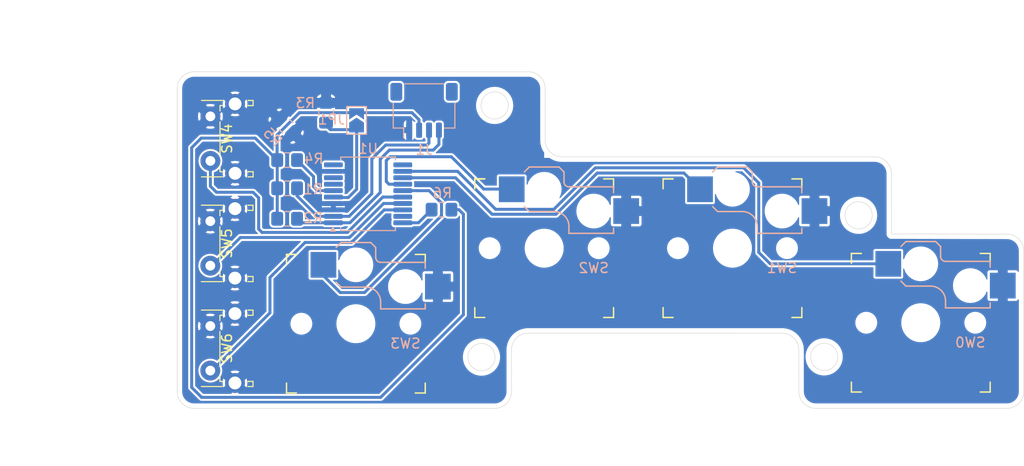
<source format=kicad_pcb>
(kicad_pcb (version 20241229) (generator "pcbnew") (generator_version "9.0")
  (layers (0 "F.Cu" signal) (2 "B.Cu" signal) (13 "F.Paste" user) (15 "B.Paste" user) (5 "F.SilkS" user "F.Silkscreen") (7 "B.SilkS" user "B.Silkscreen") (1 "F.Mask" user) (3 "B.Mask" user) (25 "Edge.Cuts" user))
  (net 0 "")
  (net 1 "GND")
  (net 2 "/SCL")
  (net 3 "/SDA")
  (net 4 "VCC")
  (net 5 "/A0")
  (net 6 "Net-(U1-~{RESET})")
  (net 7 "/index")
  (net 8 "/middle")
  (net 9 "/ring")
  (net 10 "/pinky")
  (net 11 "/white")
  (net 12 "/alpha")
  (net 13 "/numeric")
  (footprint "Button_Switch_THT:SW_Tactile_SPST_Angled_PTS645Vx83-2LFS" (layer "F.Cu") (at 167.52 78.505 90)
    (property "Reference" "SW4" (at 2.25 1.68 90) (layer "F.SilkS"))
    (property "Value" "rt-ang" (hide yes))
    (fp_line (start 6.11 -0.9) (end 6.11 1.2) (stroke (width 0.12)) (layer "F.SilkS"))
    (fp_line (start -1.61 -0.9) (end -1.61 1.2) (stroke (width 0.12)) (layer "F.SilkS"))
    (fp_line (start 5.59 0.97) (end 5.59 1.2) (stroke (width 0.12)) (layer "F.SilkS"))
    (fp_line (start 5.05 0.97) (end 5.59 0.97) (stroke (width 0.12)) (layer "F.SilkS"))
    (fp_line (start 0.55 0.97) (end 3.95 0.97) (stroke (width 0.12)) (layer "F.SilkS"))
    (fp_line (start -1.09 0.97) (end -0.55 0.97) (stroke (width 0.12)) (layer "F.SilkS"))
    (fp_line (start -1.09 0.97) (end -1.09 1.2) (stroke (width 0.12)) (layer "F.SilkS"))
    (fp_line (start 6.11 3.8) (end 6.11 4.31) (stroke (width 0.12)) (layer "F.SilkS"))
    (fp_line (start 5.59 3.8) (end 5.59 4.31) (stroke (width 0.12)) (layer "F.SilkS"))
    (fp_line (start -1.09 3.8) (end -1.09 4.31) (stroke (width 0.12)) (layer "F.SilkS"))
    (fp_line (start -1.61 3.8) (end -1.61 4.31) (stroke (width 0.12)) (layer "F.SilkS"))
    (fp_line (start 5.59 4.31) (end 6.11 4.31) (stroke (width 0.12)) (layer "F.SilkS"))
    (fp_line (start -1.61 4.31) (end -1.09 4.31) (stroke (width 0.12)) (layer "F.SilkS"))
    (pad "1" thru_hole circle (at 0 0 90) (size 2 2) (drill 0.99) (layers "*.Cu" "*.Mask") (net 11 "/white"))
    (pad "2" thru_hole circle (at 4.5 0 90) (size 2 2) (drill 0.99) (layers "*.Cu" "*.Mask") (net 1 "GND"))
    (pad "3" thru_hole circle (at -1.25 2.49 90) (size 2 2) (drill 1.3) (layers "*.Cu" "*.Mask") (net 1 "GND"))
    (pad "4" thru_hole circle (at 5.76 2.49 90) (size 2 2) (drill 1.3) (layers "*.Cu" "*.Mask") (net 1 "GND"))
  )
  (footprint "Button_Switch_THT:SW_Tactile_SPST_Angled_PTS645Vx83-2LFS" (layer "F.Cu") (at 167.51 89.09 90)
    (property "Reference" "SW5" (at 2.25 1.68 90) (layer "F.SilkS"))
    (property "Value" "rt-ang" (hide yes))
    (fp_line (start 6.11 -0.9) (end 6.11 1.2) (stroke (width 0.12)) (layer "F.SilkS"))
    (fp_line (start -1.61 -0.9) (end -1.61 1.2) (stroke (width 0.12)) (layer "F.SilkS"))
    (fp_line (start 5.59 0.97) (end 5.59 1.2) (stroke (width 0.12)) (layer "F.SilkS"))
    (fp_line (start 5.05 0.97) (end 5.59 0.97) (stroke (width 0.12)) (layer "F.SilkS"))
    (fp_line (start 0.55 0.97) (end 3.95 0.97) (stroke (width 0.12)) (layer "F.SilkS"))
    (fp_line (start -1.09 0.97) (end -0.55 0.97) (stroke (width 0.12)) (layer "F.SilkS"))
    (fp_line (start -1.09 0.97) (end -1.09 1.2) (stroke (width 0.12)) (layer "F.SilkS"))
    (fp_line (start 6.11 3.8) (end 6.11 4.31) (stroke (width 0.12)) (layer "F.SilkS"))
    (fp_line (start 5.59 3.8) (end 5.59 4.31) (stroke (width 0.12)) (layer "F.SilkS"))
    (fp_line (start -1.09 3.8) (end -1.09 4.31) (stroke (width 0.12)) (layer "F.SilkS"))
    (fp_line (start -1.61 3.8) (end -1.61 4.31) (stroke (width 0.12)) (layer "F.SilkS"))
    (fp_line (start 5.59 4.31) (end 6.11 4.31) (stroke (width 0.12)) (layer "F.SilkS"))
    (fp_line (start -1.61 4.31) (end -1.09 4.31) (stroke (width 0.12)) (layer "F.SilkS"))
    (pad "1" thru_hole circle (at 0 0 90) (size 2 2) (drill 0.99) (layers "*.Cu" "*.Mask") (net 12 "/alpha"))
    (pad "2" thru_hole circle (at 4.5 0 90) (size 2 2) (drill 0.99) (layers "*.Cu" "*.Mask") (net 1 "GND"))
    (pad "3" thru_hole circle (at -1.25 2.49 90) (size 2 2) (drill 1.3) (layers "*.Cu" "*.Mask") (net 1 "GND"))
    (pad "4" thru_hole circle (at 5.76 2.49 90) (size 2 2) (drill 1.3) (layers "*.Cu" "*.Mask") (net 1 "GND"))
  )
  (footprint "keyswitches:Kailh_socket_PG1350" (layer "F.Cu") (at 239.2 94.85 180)
    (property "Reference" "SW0" (at -5 -2 0) (layer "B.SilkS") (effects (justify mirror)))
    (property "Value" "SW_Push" (hide yes))
    (fp_line (start 7 7) (end 6 7) (stroke (width 0.15)) (layer "F.SilkS"))
    (fp_line (start 7 6) (end 7 7) (stroke (width 0.15)) (layer "F.SilkS"))
    (fp_line (start 7 -7) (end 7 -6) (stroke (width 0.15)) (layer "F.SilkS"))
    (fp_line (start 7 -7) (end 6 -7) (stroke (width 0.15)) (layer "F.SilkS"))
    (fp_line (start 6 7) (end 7 7) (stroke (width 0.15)) (layer "F.SilkS"))
    (fp_line (start -6 -7) (end -7 -7) (stroke (width 0.15)) (layer "F.SilkS"))
    (fp_line (start -7 7) (end -6 7) (stroke (width 0.15)) (layer "F.SilkS"))
    (fp_line (start -7 7) (end -7 6) (stroke (width 0.15)) (layer "F.SilkS"))
    (fp_line (start -7 -6) (end -7 -7) (stroke (width 0.15)) (layer "F.SilkS"))
    (fp_line (start 2 7.7) (end 1.5 8.2) (stroke (width 0.15)) (layer "B.SilkS"))
    (fp_line (start 2 4.2) (end 1.5 3.7) (stroke (width 0.15)) (layer "B.SilkS"))
    (fp_line (start 1.5 8.2) (end -1.5 8.2) (stroke (width 0.15)) (layer "B.SilkS"))
    (fp_line (start 1.5 3.7) (end -1 3.7) (stroke (width 0.15)) (layer "B.SilkS"))
    (fp_line (start -1.5 8.2) (end -2 7.7) (stroke (width 0.15)) (layer "B.SilkS"))
    (fp_line (start -2 6.7) (end -2 7.7) (stroke (width 0.15)) (layer "B.SilkS"))
    (fp_line (start -2.5 2.2) (end -2.5 1.5) (stroke (width 0.15)) (layer "B.SilkS"))
    (fp_line (start -2.5 1.5) (end -7 1.5) (stroke (width 0.15)) (layer "B.SilkS"))
    (fp_line (start -7 6.2) (end -2.5 6.2) (stroke (width 0.15)) (layer "B.SilkS"))
    (fp_line (start -7 5.6) (end -7 6.2) (stroke (width 0.15)) (layer "B.SilkS"))
    (fp_line (start -7 1.5) (end -7 2) (stroke (width 0.15)) (layer "B.SilkS"))
    (fp_arc (start -1 3.7) (mid -2.06066 3.26066) (end -2.5 2.2) (stroke (width 0.15)) (layer "B.SilkS"))
    (fp_arc (start -2.5 6.2) (mid -2.146447 6.346447) (end -2 6.7) (stroke (width 0.15)) (layer "B.SilkS"))
    (pad "" np_thru_hole circle (at -5.5 0 180) (size 1.7018 1.7018) (drill 1.7018) (layers "*.Cu" "*.Mask"))
    (pad "" np_thru_hole circle (at -5 3.75 180) (size 3 3) (drill 3) (layers "*.Cu" "*.Mask"))
    (pad "" np_thru_hole circle (at 0 0 180) (size 3.429 3.429) (drill 3.429) (layers "*.Cu" "*.Mask"))
    (pad "" np_thru_hole circle (at 0 5.95 180) (size 3 3) (drill 3) (layers "*.Cu" "*.Mask"))
    (pad "" np_thru_hole circle (at 5.5 0 180) (size 1.7018 1.7018) (drill 1.7018) (layers "*.Cu" "*.Mask"))
    (pad "1" smd rect (at 3.275 5.95 180) (size 2.6 2.6) (layers "B.Cu" "B.Mask" "B.Paste") (net 7 "/index"))
    (pad "2" smd rect (at -8.275 3.75 180) (size 2.6 2.6) (layers "B.Cu" "B.Mask" "B.Paste") (net 1 "GND"))
  )
  (footprint "Button_Switch_THT:SW_Tactile_SPST_Angled_PTS645Vx83-2LFS" (layer "F.Cu") (at 167.51 99.685 90)
    (property "Reference" "SW6" (at 2.25 1.68 90) (layer "F.SilkS"))
    (property "Value" "rt-ang" (hide yes))
    (fp_line (start 6.11 -0.9) (end 6.11 1.2) (stroke (width 0.12)) (layer "F.SilkS"))
    (fp_line (start -1.61 -0.9) (end -1.61 1.2) (stroke (width 0.12)) (layer "F.SilkS"))
    (fp_line (start 5.59 0.97) (end 5.59 1.2) (stroke (width 0.12)) (layer "F.SilkS"))
    (fp_line (start 5.05 0.97) (end 5.59 0.97) (stroke (width 0.12)) (layer "F.SilkS"))
    (fp_line (start 0.55 0.97) (end 3.95 0.97) (stroke (width 0.12)) (layer "F.SilkS"))
    (fp_line (start -1.09 0.97) (end -0.55 0.97) (stroke (width 0.12)) (layer "F.SilkS"))
    (fp_line (start -1.09 0.97) (end -1.09 1.2) (stroke (width 0.12)) (layer "F.SilkS"))
    (fp_line (start 6.11 3.8) (end 6.11 4.31) (stroke (width 0.12)) (layer "F.SilkS"))
    (fp_line (start 5.59 3.8) (end 5.59 4.31) (stroke (width 0.12)) (layer "F.SilkS"))
    (fp_line (start -1.09 3.8) (end -1.09 4.31) (stroke (width 0.12)) (layer "F.SilkS"))
    (fp_line (start -1.61 3.8) (end -1.61 4.31) (stroke (width 0.12)) (layer "F.SilkS"))
    (fp_line (start 5.59 4.31) (end 6.11 4.31) (stroke (width 0.12)) (layer "F.SilkS"))
    (fp_line (start -1.61 4.31) (end -1.09 4.31) (stroke (width 0.12)) (layer "F.SilkS"))
    (pad "1" thru_hole circle (at 0 0 90) (size 2 2) (drill 0.99) (layers "*.Cu" "*.Mask") (net 13 "/numeric"))
    (pad "2" thru_hole circle (at 4.5 0 90) (size 2 2) (drill 0.99) (layers "*.Cu" "*.Mask") (net 1 "GND"))
    (pad "3" thru_hole circle (at -1.25 2.49 90) (size 2 2) (drill 1.3) (layers "*.Cu" "*.Mask") (net 1 "GND"))
    (pad "4" thru_hole circle (at 5.76 2.49 90) (size 2 2) (drill 1.3) (layers "*.Cu" "*.Mask") (net 1 "GND"))
  )
  (footprint "keyswitches:Kailh_socket_PG1350" (layer "F.Cu") (at 201.2 87.32 180)
    (property "Reference" "SW2" (at -5 -2 0) (layer "B.SilkS") (effects (justify mirror)))
    (property "Value" "SW_Push" (hide yes))
    (fp_line (start 7 7) (end 6 7) (stroke (width 0.15)) (layer "F.SilkS"))
    (fp_line (start 7 6) (end 7 7) (stroke (width 0.15)) (layer "F.SilkS"))
    (fp_line (start 7 -7) (end 7 -6) (stroke (width 0.15)) (layer "F.SilkS"))
    (fp_line (start 7 -7) (end 6 -7) (stroke (width 0.15)) (layer "F.SilkS"))
    (fp_line (start 6 7) (end 7 7) (stroke (width 0.15)) (layer "F.SilkS"))
    (fp_line (start -6 -7) (end -7 -7) (stroke (width 0.15)) (layer "F.SilkS"))
    (fp_line (start -7 7) (end -6 7) (stroke (width 0.15)) (layer "F.SilkS"))
    (fp_line (start -7 7) (end -7 6) (stroke (width 0.15)) (layer "F.SilkS"))
    (fp_line (start -7 -6) (end -7 -7) (stroke (width 0.15)) (layer "F.SilkS"))
    (fp_line (start 2 7.7) (end 1.5 8.2) (stroke (width 0.15)) (layer "B.SilkS"))
    (fp_line (start 2 4.2) (end 1.5 3.7) (stroke (width 0.15)) (layer "B.SilkS"))
    (fp_line (start 1.5 8.2) (end -1.5 8.2) (stroke (width 0.15)) (layer "B.SilkS"))
    (fp_line (start 1.5 3.7) (end -1 3.7) (stroke (width 0.15)) (layer "B.SilkS"))
    (fp_line (start -1.5 8.2) (end -2 7.7) (stroke (width 0.15)) (layer "B.SilkS"))
    (fp_line (start -2 6.7) (end -2 7.7) (stroke (width 0.15)) (layer "B.SilkS"))
    (fp_line (start -2.5 2.2) (end -2.5 1.5) (stroke (width 0.15)) (layer "B.SilkS"))
    (fp_line (start -2.5 1.5) (end -7 1.5) (stroke (width 0.15)) (layer "B.SilkS"))
    (fp_line (start -7 6.2) (end -2.5 6.2) (stroke (width 0.15)) (layer "B.SilkS"))
    (fp_line (start -7 5.6) (end -7 6.2) (stroke (width 0.15)) (layer "B.SilkS"))
    (fp_line (start -7 1.5) (end -7 2) (stroke (width 0.15)) (layer "B.SilkS"))
    (fp_arc (start -1 3.7) (mid -2.06066 3.26066) (end -2.5 2.2) (stroke (width 0.15)) (layer "B.SilkS"))
    (fp_arc (start -2.5 6.2) (mid -2.146447 6.346447) (end -2 6.7) (stroke (width 0.15)) (layer "B.SilkS"))
    (pad "" np_thru_hole circle (at -5.5 0 180) (size 1.7018 1.7018) (drill 1.7018) (layers "*.Cu" "*.Mask"))
    (pad "" np_thru_hole circle (at -5 3.75 180) (size 3 3) (drill 3) (layers "*.Cu" "*.Mask"))
    (pad "" np_thru_hole circle (at 0 0 180) (size 3.429 3.429) (drill 3.429) (layers "*.Cu" "*.Mask"))
    (pad "" np_thru_hole circle (at 0 5.95 180) (size 3 3) (drill 3) (layers "*.Cu" "*.Mask"))
    (pad "" np_thru_hole circle (at 5.5 0 180) (size 1.7018 1.7018) (drill 1.7018) (layers "*.Cu" "*.Mask"))
    (pad "1" smd rect (at 3.275 5.95 180) (size 2.6 2.6) (layers "B.Cu" "B.Mask" "B.Paste") (net 9 "/ring"))
    (pad "2" smd rect (at -8.275 3.75 180) (size 2.6 2.6) (layers "B.Cu" "B.Mask" "B.Paste") (net 1 "GND"))
  )
  (footprint "keyswitches:Kailh_socket_PG1350" (layer "F.Cu") (at 182.2 94.95 180)
    (property "Reference" "SW3" (at -5 -2 0) (layer "B.SilkS") (effects (justify mirror)))
    (property "Value" "SW_Push" (hide yes))
    (fp_line (start 7 7) (end 6 7) (stroke (width 0.15)) (layer "F.SilkS"))
    (fp_line (start 7 6) (end 7 7) (stroke (width 0.15)) (layer "F.SilkS"))
    (fp_line (start 7 -7) (end 7 -6) (stroke (width 0.15)) (layer "F.SilkS"))
    (fp_line (start 7 -7) (end 6 -7) (stroke (width 0.15)) (layer "F.SilkS"))
    (fp_line (start 6 7) (end 7 7) (stroke (width 0.15)) (layer "F.SilkS"))
    (fp_line (start -6 -7) (end -7 -7) (stroke (width 0.15)) (layer "F.SilkS"))
    (fp_line (start -7 7) (end -6 7) (stroke (width 0.15)) (layer "F.SilkS"))
    (fp_line (start -7 7) (end -7 6) (stroke (width 0.15)) (layer "F.SilkS"))
    (fp_line (start -7 -6) (end -7 -7) (stroke (width 0.15)) (layer "F.SilkS"))
    (fp_line (start 2 7.7) (end 1.5 8.2) (stroke (width 0.15)) (layer "B.SilkS"))
    (fp_line (start 2 4.2) (end 1.5 3.7) (stroke (width 0.15)) (layer "B.SilkS"))
    (fp_line (start 1.5 8.2) (end -1.5 8.2) (stroke (width 0.15)) (layer "B.SilkS"))
    (fp_line (start 1.5 3.7) (end -1 3.7) (stroke (width 0.15)) (layer "B.SilkS"))
    (fp_line (start -1.5 8.2) (end -2 7.7) (stroke (width 0.15)) (layer "B.SilkS"))
    (fp_line (start -2 6.7) (end -2 7.7) (stroke (width 0.15)) (layer "B.SilkS"))
    (fp_line (start -2.5 2.2) (end -2.5 1.5) (stroke (width 0.15)) (layer "B.SilkS"))
    (fp_line (start -2.5 1.5) (end -7 1.5) (stroke (width 0.15)) (layer "B.SilkS"))
    (fp_line (start -7 6.2) (end -2.5 6.2) (stroke (width 0.15)) (layer "B.SilkS"))
    (fp_line (start -7 5.6) (end -7 6.2) (stroke (width 0.15)) (layer "B.SilkS"))
    (fp_line (start -7 1.5) (end -7 2) (stroke (width 0.15)) (layer "B.SilkS"))
    (fp_arc (start -1 3.7) (mid -2.06066 3.26066) (end -2.5 2.2) (stroke (width 0.15)) (layer "B.SilkS"))
    (fp_arc (start -2.5 6.2) (mid -2.146447 6.346447) (end -2 6.7) (stroke (width 0.15)) (layer "B.SilkS"))
    (pad "" np_thru_hole circle (at -5.5 0 180) (size 1.7018 1.7018) (drill 1.7018) (layers "*.Cu" "*.Mask"))
    (pad "" np_thru_hole circle (at -5 3.75 180) (size 3 3) (drill 3) (layers "*.Cu" "*.Mask"))
    (pad "" np_thru_hole circle (at 0 0 180) (size 3.429 3.429) (drill 3.429) (layers "*.Cu" "*.Mask"))
    (pad "" np_thru_hole circle (at 0 5.95 180) (size 3 3) (drill 3) (layers "*.Cu" "*.Mask"))
    (pad "" np_thru_hole circle (at 5.5 0 180) (size 1.7018 1.7018) (drill 1.7018) (layers "*.Cu" "*.Mask"))
    (pad "1" smd rect (at 3.275 5.95 180) (size 2.6 2.6) (layers "B.Cu" "B.Mask" "B.Paste") (net 10 "/pinky"))
    (pad "2" smd rect (at -8.275 3.75 180) (size 2.6 2.6) (layers "B.Cu" "B.Mask" "B.Paste") (net 1 "GND"))
  )
  (footprint "keyswitches:Kailh_socket_PG1350" (layer "F.Cu") (at 220.2 87.32 180)
    (property "Reference" "SW1" (at -5 -2 0) (layer "B.SilkS") (effects (justify mirror)))
    (property "Value" "SW_Push" (hide yes))
    (fp_line (start 7 7) (end 6 7) (stroke (width 0.15)) (layer "F.SilkS"))
    (fp_line (start 7 6) (end 7 7) (stroke (width 0.15)) (layer "F.SilkS"))
    (fp_line (start 7 -7) (end 7 -6) (stroke (width 0.15)) (layer "F.SilkS"))
    (fp_line (start 7 -7) (end 6 -7) (stroke (width 0.15)) (layer "F.SilkS"))
    (fp_line (start 6 7) (end 7 7) (stroke (width 0.15)) (layer "F.SilkS"))
    (fp_line (start -6 -7) (end -7 -7) (stroke (width 0.15)) (layer "F.SilkS"))
    (fp_line (start -7 7) (end -6 7) (stroke (width 0.15)) (layer "F.SilkS"))
    (fp_line (start -7 7) (end -7 6) (stroke (width 0.15)) (layer "F.SilkS"))
    (fp_line (start -7 -6) (end -7 -7) (stroke (width 0.15)) (layer "F.SilkS"))
    (fp_line (start 2 7.7) (end 1.5 8.2) (stroke (width 0.15)) (layer "B.SilkS"))
    (fp_line (start 2 4.2) (end 1.5 3.7) (stroke (width 0.15)) (layer "B.SilkS"))
    (fp_line (start 1.5 8.2) (end -1.5 8.2) (stroke (width 0.15)) (layer "B.SilkS"))
    (fp_line (start 1.5 3.7) (end -1 3.7) (stroke (width 0.15)) (layer "B.SilkS"))
    (fp_line (start -1.5 8.2) (end -2 7.7) (stroke (width 0.15)) (layer "B.SilkS"))
    (fp_line (start -2 6.7) (end -2 7.7) (stroke (width 0.15)) (layer "B.SilkS"))
    (fp_line (start -2.5 2.2) (end -2.5 1.5) (stroke (width 0.15)) (layer "B.SilkS"))
    (fp_line (start -2.5 1.5) (end -7 1.5) (stroke (width 0.15)) (layer "B.SilkS"))
    (fp_line (start -7 6.2) (end -2.5 6.2) (stroke (width 0.15)) (layer "B.SilkS"))
    (fp_line (start -7 5.6) (end -7 6.2) (stroke (width 0.15)) (layer "B.SilkS"))
    (fp_line (start -7 1.5) (end -7 2) (stroke (width 0.15)) (layer "B.SilkS"))
    (fp_arc (start -1 3.7) (mid -2.06066 3.26066) (end -2.5 2.2) (stroke (width 0.15)) (layer "B.SilkS"))
    (fp_arc (start -2.5 6.2) (mid -2.146447 6.346447) (end -2 6.7) (stroke (width 0.15)) (layer "B.SilkS"))
    (pad "" np_thru_hole circle (at -5.5 0 180) (size 1.7018 1.7018) (drill 1.7018) (layers "*.Cu" "*.Mask"))
    (pad "" np_thru_hole circle (at -5 3.75 180) (size 3 3) (drill 3) (layers "*.Cu" "*.Mask"))
    (pad "" np_thru_hole circle (at 0 0 180) (size 3.429 3.429) (drill 3.429) (layers "*.Cu" "*.Mask"))
    (pad "" np_thru_hole circle (at 0 5.95 180) (size 3 3) (drill 3) (layers "*.Cu" "*.Mask"))
    (pad "" np_thru_hole circle (at 5.5 0 180) (size 1.7018 1.7018) (drill 1.7018) (layers "*.Cu" "*.Mask"))
    (pad "1" smd rect (at 3.275 5.95 180) (size 2.6 2.6) (layers "B.Cu" "B.Mask" "B.Paste") (net 8 "/middle"))
    (pad "2" smd rect (at -8.275 3.75 180) (size 2.6 2.6) (layers "B.Cu" "B.Mask" "B.Paste") (net 1 "GND"))
  )
  (footprint "Jumper:SolderJumper-2_P1.3mm_Open_TrianglePad1.0x1.5mm" (layer "B.Cu") (at 182.27 74.405 90)
    (property "Reference" "JP1" (at 0.09 -2.54 0) (layer "B.SilkS") (effects (justify mirror)))
    (property "Value" "SolderJumper_2_Open" (hide yes))
    (fp_line (start 1.4 -1) (end -1.4 -1) (stroke (width 0.12)) (layer "B.SilkS"))
    (fp_line (start -1.4 -1) (end -1.4 1) (stroke (width 0.12)) (layer "B.SilkS"))
    (fp_line (start 1.4 1) (end 1.4 -1) (stroke (width 0.12)) (layer "B.SilkS"))
    (fp_line (start -1.4 1) (end 1.4 1) (stroke (width 0.12)) (layer "B.SilkS"))
    (pad "1" smd custom (at -0.725 0 90) (size 0.3 0.3) (layers "B.Cu" "B.Mask") (net 5 "/A0") (options (clearance outline) (anchor rect)) (primitives (gr_poly (pts (xy 1 0) (xy 0.5 -0.75) (xy -0.5 -0.75) (xy -0.5 0.75) (xy 0.5 0.75)) (width 0) (fill yes))))
    (pad "2" smd custom (at 0.725 0 90) (size 0.3 0.3) (layers "B.Cu" "B.Mask") (net 4 "VCC") (options (clearance outline) (anchor rect)) (primitives (gr_poly (pts (xy 0.5 -0.75) (xy -0.65 -0.75) (xy -0.15 0) (xy -0.65 0.75) (xy 0.5 0.75)) (width 0) (fill yes))))
  )
  (footprint "Resistor_SMD:R_0805_2012Metric_Pad1.20x1.40mm_HandSolder" (layer "B.Cu") (at 175.263627 81.27)
    (property "Reference" "R1" (at 2.61 0.1 0) (layer "B.SilkS") (effects (justify mirror)))
    (property "Value" "10k")
    (fp_line (start -0.227064 -0.735) (end 0.227064 -0.735) (stroke (width 0.12)) (layer "B.SilkS"))
    (fp_line (start -0.227064 0.735) (end 0.227064 0.735) (stroke (width 0.12)) (layer "B.SilkS"))
    (pad "1" smd roundrect (at -1 0) (size 1.2 1.4) (layers "B.Cu" "B.Mask" "B.Paste") (roundrect_rratio 0.208333) (net 4 "VCC"))
    (pad "2" smd roundrect (at 1 0) (size 1.2 1.4) (layers "B.Cu" "B.Mask" "B.Paste") (roundrect_rratio 0.208333) (net 3 "/SDA"))
  )
  (footprint "Package_SO:SSOP-20_5.3x7.2mm_P0.65mm" (layer "B.Cu") (at 183.43 81.83)
    (property "Reference" "U1" (at 0 -4.55 0) (layer "B.SilkS") (effects (justify mirror)))
    (property "Value" "MCP23008-xSS" (hide yes))
    (fp_line (start -2.76 -3.71) (end -2.76 -3.435) (stroke (width 0.12)) (layer "B.SilkS"))
    (fp_line (start -2.76 3.71) (end -2.76 3.435) (stroke (width 0.12)) (layer "B.SilkS"))
    (fp_line (start 0 -3.71) (end -2.76 -3.71) (stroke (width 0.12)) (layer "B.SilkS"))
    (fp_line (start 0 -3.71) (end 2.76 -3.71) (stroke (width 0.12)) (layer "B.SilkS"))
    (fp_line (start 0 3.71) (end -2.76 3.71) (stroke (width 0.12)) (layer "B.SilkS"))
    (fp_line (start 0 3.71) (end 2.76 3.71) (stroke (width 0.12)) (layer "B.SilkS"))
    (fp_line (start 2.76 -3.71) (end 2.76 -3.435) (stroke (width 0.12)) (layer "B.SilkS"))
    (fp_line (start 2.76 3.71) (end 2.76 3.435) (stroke (width 0.12)) (layer "B.SilkS"))
    (fp_poly (pts (xy -3.55 3.435) (xy -3.79 3.765) (xy -3.31 3.765) (xy -3.55 3.435)) (stroke (width 0.12)) (fill yes) (layer "B.SilkS"))
    (pad "1" smd roundrect (at -3.5 2.925) (size 1.9 0.5) (layers "B.Cu" "B.Mask" "B.Paste") (net 2 "/SCL"))
    (pad "2" smd roundrect (at -3.5 2.275) (size 1.9 0.5) (layers "B.Cu" "B.Mask" "B.Paste") (net 3 "/SDA"))
    (pad "3" smd roundrect (at -3.5 1.625) (size 1.9 0.5) (layers "B.Cu" "B.Mask" "B.Paste") (net 1 "GND"))
    (pad "4" smd roundrect (at -3.5 0.975) (size 1.9 0.5) (layers "B.Cu" "B.Mask" "B.Paste") (net 1 "GND"))
    (pad "5" smd roundrect (at -3.5 0.325) (size 1.9 0.5) (layers "B.Cu" "B.Mask" "B.Paste") (net 5 "/A0"))
    (pad "6" smd roundrect (at -3.5 -0.325) (size 1.9 0.5) (layers "B.Cu" "B.Mask" "B.Paste") (net 6 "Net-(U1-~{RESET})"))
    (pad "7" smd roundrect (at -3.5 -0.975) (size 1.9 0.5) (layers "B.Cu" "B.Mask" "B.Paste"))
    (pad "8" smd roundrect (at -3.5 -1.625) (size 1.9 0.5) (layers "B.Cu" "B.Mask" "B.Paste"))
    (pad "9" smd roundrect (at -3.5 -2.275) (size 1.9 0.5) (layers "B.Cu" "B.Mask" "B.Paste") (net 1 "GND"))
    (pad "10" smd roundrect (at -3.5 -2.925) (size 1.9 0.5) (layers "B.Cu" "B.Mask" "B.Paste"))
    (pad "11" smd roundrect (at 3.5 -2.925) (size 1.9 0.5) (layers "B.Cu" "B.Mask" "B.Paste"))
    (pad "12" smd roundrect (at 3.5 -2.275) (size 1.9 0.5) (layers "B.Cu" "B.Mask" "B.Paste") (net 7 "/index"))
    (pad "13" smd roundrect (at 3.5 -1.625) (size 1.9 0.5) (layers "B.Cu" "B.Mask" "B.Paste") (net 8 "/middle"))
    (pad "14" smd roundrect (at 3.5 -0.975) (size 1.9 0.5) (layers "B.Cu" "B.Mask" "B.Paste") (net 9 "/ring"))
    (pad "15" smd roundrect (at 3.5 -0.325) (size 1.9 0.5) (layers "B.Cu" "B.Mask" "B.Paste") (net 10 "/pinky"))
    (pad "16" smd roundrect (at 3.5 0.325) (size 1.9 0.5) (layers "B.Cu" "B.Mask" "B.Paste") (net 11 "/white"))
    (pad "17" smd roundrect (at 3.5 0.975) (size 1.9 0.5) (layers "B.Cu" "B.Mask" "B.Paste") (net 12 "/alpha"))
    (pad "18" smd roundrect (at 3.5 1.625) (size 1.9 0.5) (layers "B.Cu" "B.Mask" "B.Paste") (net 13 "/numeric"))
    (pad "19" smd roundrect (at 3.5 2.275) (size 1.9 0.5) (layers "B.Cu" "B.Mask" "B.Paste"))
    (pad "20" smd roundrect (at 3.5 2.925) (size 1.9 0.5) (layers "B.Cu" "B.Mask" "B.Paste") (net 4 "VCC"))
  )
  (footprint "Resistor_SMD:R_0805_2012Metric_Pad1.20x1.40mm_HandSolder" (layer "B.Cu") (at 179.19 73.64 -90)
    (property "Reference" "R3" (at -0.98 2.09 0) (layer "B.SilkS") (effects (justify mirror)))
    (property "Value" "10k")
    (fp_line (start -0.227064 0.735) (end 0.227064 0.735) (stroke (width 0.12)) (layer "B.SilkS"))
    (fp_line (start -0.227064 -0.735) (end 0.227064 -0.735) (stroke (width 0.12)) (layer "B.SilkS"))
    (pad "1" smd roundrect (at -1 0 270) (size 1.2 1.4) (layers "B.Cu" "B.Mask" "B.Paste") (roundrect_rratio 0.208333) (net 1 "GND"))
    (pad "2" smd roundrect (at 1 0 270) (size 1.2 1.4) (layers "B.Cu" "B.Mask" "B.Paste") (roundrect_rratio 0.208333) (net 5 "/A0"))
  )
  (footprint "Resistor_SMD:R_0805_2012Metric_Pad1.20x1.40mm_HandSolder" (layer "B.Cu") (at 175.263627 78.42)
    (property "Reference" "R4" (at 2.69 -0.13 0) (layer "B.SilkS") (effects (justify mirror)))
    (property "Value" "10k")
    (fp_line (start -0.227064 -0.735) (end 0.227064 -0.735) (stroke (width 0.12)) (layer "B.SilkS"))
    (fp_line (start -0.227064 0.735) (end 0.227064 0.735) (stroke (width 0.12)) (layer "B.SilkS"))
    (pad "1" smd roundrect (at -1 0) (size 1.2 1.4) (layers "B.Cu" "B.Mask" "B.Paste") (roundrect_rratio 0.208333) (net 4 "VCC"))
    (pad "2" smd roundrect (at 1 0) (size 1.2 1.4) (layers "B.Cu" "B.Mask" "B.Paste") (roundrect_rratio 0.208333) (net 6 "Net-(U1-~{RESET})"))
  )
  (footprint "Resistor_SMD:R_0805_2012Metric_Pad1.20x1.40mm_HandSolder" (layer "B.Cu") (at 190.84 83.43)
    (property "Reference" "R6" (at 0.09 -1.68 0) (layer "B.SilkS") (effects (justify mirror)))
    (property "Value" "0")
    (fp_line (start -0.227064 -0.735) (end 0.227064 -0.735) (stroke (width 0.12)) (layer "B.SilkS"))
    (fp_line (start -0.227064 0.735) (end 0.227064 0.735) (stroke (width 0.12)) (layer "B.SilkS"))
    (pad "1" smd roundrect (at -1 0) (size 1.2 1.4) (layers "B.Cu" "B.Mask" "B.Paste") (roundrect_rratio 0.208333) (net 4 "VCC"))
    (pad "2" smd roundrect (at 1 0) (size 1.2 1.4) (layers "B.Cu" "B.Mask" "B.Paste") (roundrect_rratio 0.208333) (net 4 "VCC"))
  )
  (footprint "Connector_JST:JST_SH_SM04B-SRSS-TB_1x04-1MP_P1.00mm_Horizontal" (layer "B.Cu") (at 189.08 73.4)
    (property "Reference" "J1" (at 0 3.98 0) (layer "B.SilkS") (effects (justify mirror)))
    (property "Value" "Conn_01x04_Socket" (hide yes))
    (fp_line (start -3.11 -0.715) (end -3.11 1.785) (stroke (width 0.12)) (layer "B.SilkS"))
    (fp_line (start -3.11 1.785) (end -2.06 1.785) (stroke (width 0.12)) (layer "B.SilkS"))
    (fp_line (start -2.06 1.785) (end -2.06 2.775) (stroke (width 0.12)) (layer "B.SilkS"))
    (fp_line (start -1.94 -2.685) (end 1.94 -2.685) (stroke (width 0.12)) (layer "B.SilkS"))
    (fp_line (start 3.11 -0.715) (end 3.11 1.785) (stroke (width 0.12)) (layer "B.SilkS"))
    (fp_line (start 3.11 1.785) (end 2.06 1.785) (stroke (width 0.12)) (layer "B.SilkS"))
    (pad "1" smd roundrect (at -1.5 2) (size 0.6 1.55) (layers "B.Cu" "B.Mask" "B.Paste") (net 1 "GND"))
    (pad "2" smd roundrect (at -0.5 2) (size 0.6 1.55) (layers "B.Cu" "B.Mask" "B.Paste") (net 4 "VCC"))
    (pad "3" smd roundrect (at 0.5 2) (size 0.6 1.55) (layers "B.Cu" "B.Mask" "B.Paste") (net 3 "/SDA"))
    (pad "4" smd roundrect (at 1.5 2) (size 0.6 1.55) (layers "B.Cu" "B.Mask" "B.Paste") (net 2 "/SCL"))
    (pad "MP" smd roundrect (at -2.8 -1.875) (size 1.2 1.8) (layers "B.Cu" "B.Mask" "B.Paste") (roundrect_rratio 0.208333))
    (pad "MP" smd roundrect (at 2.8 -1.875) (size 1.2 1.8) (layers "B.Cu" "B.Mask" "B.Paste") (roundrect_rratio 0.208333))
  )
  (footprint "Resistor_SMD:R_0805_2012Metric_Pad1.20x1.40mm_HandSolder" (layer "B.Cu") (at 175.16 74.99 -45)
    (property "Reference" "R5" (at -0.185 1.74 135) (layer "B.SilkS") (effects (justify mirror)))
    (property "Value" "0")
    (fp_line (start -0.227064 0.735) (end 0.227064 0.735) (stroke (width 0.12)) (layer "B.SilkS"))
    (fp_line (start -0.227064 -0.735) (end 0.227064 -0.735) (stroke (width 0.12)) (layer "B.SilkS"))
    (pad "1" smd roundrect (at -1 0 315) (size 1.2 1.4) (layers "B.Cu" "B.Mask" "B.Paste") (roundrect_rratio 0.208333) (net 1 "GND"))
    (pad "2" smd roundrect (at 1 0 315) (size 1.2 1.4) (layers "B.Cu" "B.Mask" "B.Paste") (roundrect_rratio 0.208333) (net 1 "GND"))
  )
  (footprint "Resistor_SMD:R_0805_2012Metric_Pad1.20x1.40mm_HandSolder" (layer "B.Cu") (at 175.263627 84.35)
    (property "Reference" "R2" (at 2.61 -0.08 0) (layer "B.SilkS") (effects (justify mirror)))
    (property "Value" "10k")
    (fp_line (start -0.227064 -0.735) (end 0.227064 -0.735) (stroke (width 0.12)) (layer "B.SilkS"))
    (fp_line (start -0.227064 0.735) (end 0.227064 0.735) (stroke (width 0.12)) (layer "B.SilkS"))
    (pad "1" smd roundrect (at -1 0) (size 1.2 1.4) (layers "B.Cu" "B.Mask" "B.Paste") (roundrect_rratio 0.208333) (net 4 "VCC"))
    (pad "2" smd roundrect (at 1 0) (size 1.2 1.4) (layers "B.Cu" "B.Mask" "B.Paste") (roundrect_rratio 0.208333) (net 2 "/SCL"))
  )
  (gr_line (start 228.602098 103.497918) (end 247.897898 103.497918) (stroke (width 0.05)) (layer "Edge.Cuts"))
  (gr_arc (start 197.90208 101.802082) (mid 197.404167 103.004169) (end 196.20208 103.502082) (stroke (width 0.05)) (layer "Edge.Cuts"))
  (gr_arc (start 225.197916 95.902082) (mid 226.399992 96.400006) (end 226.897916 97.602082) (stroke (width 0.05)) (layer "Edge.Cuts"))
  (gr_arc (start 249.597916 101.797918) (mid 249.099992 102.999994) (end 247.897916 103.497918) (stroke (width 0.05)) (layer "Edge.Cuts"))
  (gr_arc (start 247.897916 85.902082) (mid 249.099992 86.400006) (end 249.597916 87.602082) (stroke (width 0.05)) (layer "Edge.Cuts"))
  (gr_arc (start 199.599998 69.5) (mid 200.803558 69.998527) (end 201.30208 71.202082) (stroke (width 0.05)) (layer "Edge.Cuts"))
  (gr_arc (start 203.00208 78.097918) (mid 201.800004 77.599994) (end 201.30208 76.397918) (stroke (width 0.05)) (layer "Edge.Cuts"))
  (gr_line (start 249.597916 101.7979) (end 249.597916 87.602082) (stroke (width 0.05)) (layer "Edge.Cuts"))
  (gr_circle (center 196.199998 72.9) (end 194.824998 72.9) (stroke (width 0.05)) (fill no) (layer "Edge.Cuts"))
  (gr_line (start 201.299998 71.2021) (end 201.30208 76.3979) (stroke (width 0.05)) (layer "Edge.Cuts"))
  (gr_line (start 247.897916 85.902082) (end 236.25 85.875) (stroke (width 0.05)) (layer "Edge.Cuts"))
  (gr_line (start 202.999998 78.097918) (end 234.5479 78.092076) (stroke (width 0.05)) (layer "Edge.Cuts"))
  (gr_line (start 236.25 85.875) (end 236.247924 79.7921) (stroke (width 0.05)) (layer "Edge.Cuts"))
  (gr_line (start 197.903262 101.8) (end 197.900899 97.604164) (stroke (width 0.05)) (layer "Edge.Cuts"))
  (gr_arc (start 165.869998 103.5) (mid 164.667916 103.002082) (end 164.169998 101.8) (stroke (width 0.05)) (layer "Edge.Cuts"))
  (gr_arc (start 197.90208 97.602082) (mid 198.400004 96.400006) (end 199.60208 95.902082) (stroke (width 0.05)) (layer "Edge.Cuts"))
  (gr_circle (center 229.45 98.3) (end 228.075 98.3) (stroke (width 0.05)) (fill no) (layer "Edge.Cuts"))
  (gr_line (start 165.869998 69.5) (end 199.599998 69.502082) (stroke (width 0.05)) (layer "Edge.Cuts"))
  (gr_arc (start 228.60208 103.497918) (mid 227.400004 102.999994) (end 226.90208 101.797918) (stroke (width 0.05)) (layer "Edge.Cuts"))
  (gr_circle (center 194.874998 98.325) (end 193.499998 98.325) (stroke (width 0.05)) (fill no) (layer "Edge.Cuts"))
  (gr_circle (center 232.924998 84) (end 231.549998 84) (stroke (width 0.05)) (fill no) (layer "Edge.Cuts"))
  (gr_line (start 165.869998 103.5) (end 196.202098 103.502082) (stroke (width 0.05)) (layer "Edge.Cuts"))
  (gr_line (start 164.169998 71.202082) (end 164.169998 101.7979) (stroke (width 0.05)) (layer "Edge.Cuts"))
  (gr_line (start 226.902081 101.797918) (end 226.899718 97.602082) (stroke (width 0.05)) (layer "Edge.Cuts"))
  (gr_arc (start 164.169998 71.2) (mid 164.667916 69.997918) (end 165.869998 69.5) (stroke (width 0.05)) (layer "Edge.Cuts"))
  (gr_arc (start 234.547924 78.092076) (mid 235.75 78.59) (end 236.247924 79.792076) (stroke (width 0.05)) (layer "Edge.Cuts"))
  (gr_line (start 225.197916 95.902082) (end 199.60208 95.900071) (stroke (width 0.05)) (layer "Edge.Cuts"))
  (segment (start 179.93 84.755) (end 179.93 84.858479) (width 0.3) (layer "B.Cu") (net 2))
  (segment (start 184.66 81.69) (end 181.595 84.755) (width 0.3) (layer "B.Cu") (net 2))
  (segment (start 190.01 77.41) (end 185.58 77.41) (width 0.3) (layer "B.Cu") (net 2))
  (segment (start 190.58 75.48) (end 190.58 76.84) (width 0.3) (layer "B.Cu") (net 2))
  (segment (start 176.668627 84.755) (end 179.93 84.755) (width 0.3) (layer "B.Cu") (net 2))
  (segment (start 185.58 77.41) (end 184.66 78.33) (width 0.3) (layer "B.Cu") (net 2))
  (segment (start 181.595 84.755) (end 179.93 84.755) (width 0.3) (layer "B.Cu") (net 2))
  (segment (start 190.58 76.84) (end 190.01 77.41) (width 0.3) (layer "B.Cu") (net 2))
  (segment (start 176.263627 84.35) (end 176.668627 84.755) (width 0.3) (layer "B.Cu") (net 2))
  (segment (start 184.66 78.33) (end 184.66 81.69) (width 0.3) (layer "B.Cu") (net 2))
  (segment (start 183.81 78.3) (end 183.81 81.81) (width 0.3) (layer "B.Cu") (net 3))
  (segment (start 189.58 75.48) (end 189.57 75.49) (width 0.3) (layer "B.Cu") (net 3))
  (segment (start 185.21 76.9) (end 183.81 78.3) (width 0.3) (layer "B.Cu") (net 3))
  (segment (start 176.263627 82.033627) (end 176.263627 81.697131) (width 0.3) (layer "B.Cu") (net 3))
  (segment (start 178.335 84.105) (end 176.263627 82.033627) (width 0.3) (layer "B.Cu") (net 3))
  (segment (start 183.81 81.81) (end 181.515 84.105) (width 0.3) (layer "B.Cu") (net 3))
  (segment (start 189.57 75.49) (end 189.57 76.72) (width 0.3) (layer "B.Cu") (net 3))
  (segment (start 189.57 76.72) (end 189.39 76.9) (width 0.3) (layer "B.Cu") (net 3))
  (segment (start 179.93 84.105) (end 178.335 84.105) (width 0.3) (layer "B.Cu") (net 3))
  (segment (start 181.515 84.105) (end 179.93 84.105) (width 0.3) (layer "B.Cu") (net 3))
  (segment (start 189.39 76.9) (end 185.21 76.9) (width 0.3) (layer "B.Cu") (net 3))
  (segment (start 172.043627 76.2) (end 174.263627 78.42) (width 0.3) (layer "B.Cu") (net 4))
  (segment (start 176.51 73.63) (end 174.25 75.89) (width 0.3) (layer "B.Cu") (net 4))
  (segment (start 188.58 75.48) (end 188.57 75.47) (width 0.3) (layer "B.Cu") (net 4))
  (segment (start 187.86 73.63) (end 176.51 73.63) (width 0.3) (layer "B.Cu") (net 4))
  (segment (start 165.63 101.38) (end 165.63 77.17) (width 0.3) (layer "B.Cu") (net 4))
  (segment (start 188.57 74.34) (end 187.86 73.63) (width 0.3) (layer "B.Cu") (net 4))
  (segment (start 174.25 75.89) (end 174.25 78.833504) (width 0.3) (layer "B.Cu") (net 4))
  (segment (start 193.05 94.04) (end 184.7 102.39) (width 0.3) (layer "B.Cu") (net 4))
  (segment (start 165.63 77.17) (end 166.6 76.2) (width 0.3) (layer "B.Cu") (net 4))
  (segment (start 166.6 76.2) (end 172.043627 76.2) (width 0.3) (layer "B.Cu") (net 4))
  (segment (start 186.93 84.755) (end 188.515 84.755) (width 0.3) (layer "B.Cu") (net 4))
  (segment (start 188.57 75.47) (end 188.57 74.34) (width 0.3) (layer "B.Cu") (net 4))
  (segment (start 184.7 102.39) (end 166.64 102.39) (width 0.3) (layer "B.Cu") (net 4))
  (segment (start 174.263627 81.697131) (end 174.263627 84.777131) (width 0.3) (layer "B.Cu") (net 4))
  (segment (start 188.515 84.755) (end 189.84 83.43) (width 0.3) (layer "B.Cu") (net 4))
  (segment (start 174.25 78.833504) (end 174.263627 78.847131) (width 0.3) (layer "B.Cu") (net 4))
  (segment (start 192.6 83.43) (end 193.05 83.88) (width 0.3) (layer "B.Cu") (net 4))
  (segment (start 193.05 83.88) (end 193.05 94.04) (width 0.3) (layer "B.Cu") (net 4))
  (segment (start 174.263627 78.847131) (end 174.263627 81.697131) (width 0.3) (layer "B.Cu") (net 4))
  (segment (start 166.64 102.39) (end 165.63 101.38) (width 0.3) (layer "B.Cu") (net 4))
  (segment (start 191.84 83.43) (end 192.6 83.43) (width 0.3) (layer "B.Cu") (net 4))
  (segment (start 179.615 75.345) (end 179.19 74.92) (width 0.3) (layer "B.Cu") (net 5))
  (segment (start 181.436 82.204) (end 182.28 81.36) (width 0.3) (layer "B.Cu") (net 5))
  (segment (start 182.28 81.36) (end 182.28 75.355) (width 0.3) (layer "B.Cu") (net 5))
  (segment (start 182.28 75.355) (end 182.27 75.345) (width 0.3) (layer "B.Cu") (net 5))
  (segment (start 182.27 75.345) (end 179.615 75.345) (width 0.3) (layer "B.Cu") (net 5))
  (segment (start 179.979 82.204) (end 181.436 82.204) (width 0.3) (layer "B.Cu") (net 5))
  (segment (start 179.93 82.155) (end 179.979 82.204) (width 0.3) (layer "B.Cu") (net 5))
  (segment (start 179.19 74.92) (end 179.19 74.9) (width 0.3) (layer "B.Cu") (net 5))
  (segment (start 177.93 80.086373) (end 177.93 81.11) (width 0.3) (layer "B.Cu") (net 6))
  (segment (start 178.325 81.505) (end 179.93 81.505) (width 0.3) (layer "B.Cu") (net 6))
  (segment (start 177.93 81.11) (end 178.325 81.505) (width 0.3) (layer "B.Cu") (net 6))
  (segment (start 176.263627 78.42) (end 177.93 80.086373) (width 0.3) (layer "B.Cu") (net 6))
  (segment (start 176.25 78.860758) (end 176.263627 78.847131) (width 0.3) (layer "B.Cu") (net 6))
  (segment (start 202.18 83.39) (end 196.3 83.39) (width 0.3) (layer "B.Cu") (net 7))
  (segment (start 192.465 79.555) (end 186.93 79.555) (width 0.3) (layer "B.Cu") (net 7))
  (segment (start 222.85 87.74) (end 222.85 80.73) (width 0.3) (layer "B.Cu") (net 7))
  (segment (start 224.01 88.9) (end 222.85 87.74) (width 0.3) (layer "B.Cu") (net 7))
  (segment (start 196.3 83.39) (end 192.465 79.555) (width 0.3) (layer "B.Cu") (net 7))
  (segment (start 206.37 79.2) (end 202.18 83.39) (width 0.3) (layer "B.Cu") (net 7))
  (segment (start 222.85 80.73) (end 221.32 79.2) (width 0.3) (layer "B.Cu") (net 7))
  (segment (start 235.925 88.9) (end 224.01 88.9) (width 0.3) (layer "B.Cu") (net 7))
  (segment (start 221.32 79.2) (end 206.37 79.2) (width 0.3) (layer "B.Cu") (net 7))
  (segment (start 206.54852 79.73) (end 202.387521 83.891) (width 0.3) (layer "B.Cu") (net 8))
  (segment (start 215.305 79.73) (end 206.54852 79.73) (width 0.3) (layer "B.Cu") (net 8))
  (segment (start 195.941 83.891) (end 192.255 80.205) (width 0.3) (layer "B.Cu") (net 8))
  (segment (start 216.925 81.35) (end 215.305 79.73) (width 0.3) (layer "B.Cu") (net 8))
  (segment (start 192.255 80.205) (end 186.93 80.205) (width 0.3) (layer "B.Cu") (net 8))
  (segment (start 202.387521 83.891) (end 195.941 83.891) (width 0.3) (layer "B.Cu") (net 8))
  (segment (start 195.1 81.35) (end 191.83 78.08) (width 0.3) (layer "B.Cu") (net 9))
  (segment (start 185.535 80.855) (end 186.93 80.855) (width 0.3) (layer "B.Cu") (net 9))
  (segment (start 185.27 80.59) (end 185.535 80.855) (width 0.3) (layer "B.Cu") (net 9))
  (segment (start 185.65339 78.08) (end 185.27 78.46339) (width 0.3) (layer "B.Cu") (net 9))
  (segment (start 191.83 78.08) (end 185.65339 78.08) (width 0.3) (layer "B.Cu") (net 9))
  (segment (start 185.27 78.46339) (end 185.27 80.59) (width 0.3) (layer "B.Cu") (net 9))
  (segment (start 197.925 81.35) (end 195.1 81.35) (width 0.3) (layer "B.Cu") (net 9))
  (segment (start 180.62 91.8) (end 183.08 91.8) (width 0.3) (layer "B.Cu") (net 10))
  (segment (start 190.84 82.76) (end 189.59 81.51) (width 0.3) (layer "B.Cu") (net 10))
  (segment (start 188.405 81.505) (end 186.93 81.505) (width 0.3) (layer "B.Cu") (net 10))
  (segment (start 190.84 84.04) (end 190.84 82.76) (width 0.3) (layer "B.Cu") (net 10))
  (segment (start 178.925 90.105) (end 180.62 91.8) (width 0.3) (layer "B.Cu") (net 10))
  (segment (start 188.41 81.51) (end 188.405 81.505) (width 0.3) (layer "B.Cu") (net 10))
  (segment (start 178.925 89) (end 178.925 90.105) (width 0.3) (layer "B.Cu") (net 10))
  (segment (start 183.08 91.8) (end 190.84 84.04) (width 0.3) (layer "B.Cu") (net 10))
  (segment (start 189.59 81.51) (end 188.41 81.51) (width 0.3) (layer "B.Cu") (net 10))
  (segment (start 167.52 78.69) (end 167.52 81.06) (width 0.3) (layer "B.Cu") (net 11))
  (segment (start 172.39 85.39) (end 172.73 85.73) (width 0.3) (layer "B.Cu") (net 11))
  (segment (start 168.13 81.67) (end 171.82 81.67) (width 0.3) (layer "B.Cu") (net 11))
  (segment (start 172.39 82.24) (end 172.39 85.39) (width 0.3) (layer "B.Cu") (net 11))
  (segment (start 184.915 82.155) (end 186.93 82.155) (width 0.3) (layer "B.Cu") (net 11))
  (segment (start 181.34 85.73) (end 184.915 82.155) (width 0.3) (layer "B.Cu") (net 11))
  (segment (start 167.52 81.06) (end 168.13 81.67) (width 0.3) (layer "B.Cu") (net 11))
  (segment (start 172.73 85.73) (end 181.34 85.73) (width 0.3) (layer "B.Cu") (net 11))
  (segment (start 171.82 81.67) (end 172.39 82.24) (width 0.3) (layer "B.Cu") (net 11))
  (segment (start 181.678521 86.1) (end 181.538521 86.24) (width 0.3) (layer "B.Cu") (net 12))
  (segment (start 184.995 82.805) (end 181.7 86.1) (width 0.3) (layer "B.Cu") (net 12))
  (segment (start 186.93 82.805) (end 184.995 82.805) (width 0.3) (layer "B.Cu") (net 12))
  (segment (start 181.538521 86.24) (end 170.545 86.24) (width 0.3) (layer "B.Cu") (net 12))
  (segment (start 170.545 86.24) (end 167.51 89.275) (width 0.3) (layer "B.Cu") (net 12))
  (segment (start 181.7 86.1) (end 181.678521 86.1) (width 0.3) (layer "B.Cu") (net 12))
  (segment (start 181.90752 86.601) (end 181.88852 86.62) (width 0.3) (layer "B.Cu") (net 13))
  (segment (start 182.201 86.30752) (end 181.907521 86.601) (width 0.3) (layer "B.Cu") (net 13))
  (segment (start 186.93 83.455) (end 185.05352 83.455) (width 0.3) (layer "B.Cu") (net 13))
  (segment (start 181.746042 86.741) (end 181.746041 86.741) (width 0.3) (layer "B.Cu") (net 13))
  (segment (start 181.331001 86.741) (end 177.069 86.741) (width 0.3) (layer "B.Cu") (net 13))
  (segment (start 182.201 86.30752) (end 182.201 86.307521) (width 0.3) (layer "B.Cu") (net 13))
  (segment (start 181.88852 86.62) (end 181.867041 86.62) (width 0.3) (layer "B.Cu") (net 13))
  (segment (start 173.53 93.85) (end 167.51 99.87) (width 0.3) (layer "B.Cu") (net 13))
  (segment (start 181.907521 86.601) (end 181.90752 86.601) (width 0.3) (layer "B.Cu") (net 13))
  (segment (start 173.53 90.28) (end 173.53 93.85) (width 0.3) (layer "B.Cu") (net 13))
  (segment (start 181.746041 86.741) (end 181.331001 86.741) (width 0.3) (layer "B.Cu") (net 13))
  (segment (start 181.867041 86.62) (end 181.867042 86.62) (width 0.3) (layer "B.Cu") (net 13))
  (segment (start 177.069 86.741) (end 173.53 90.28) (width 0.3) (layer "B.Cu") (net 13))
  (segment (start 185.05352 83.455) (end 182.201 86.30752) (width 0.3) (layer "B.Cu") (net 13))
  (segment (start 181.867042 86.62) (end 181.746042 86.741) (width 0.3) (layer "B.Cu") (net 13))
  (zone (net 1) (net_name "GND") (layer "B.Cu") (connect_pads (clearance 0.1)) (min_thickness 0.1) (fill yes (thermal_gap 0.25) (thermal_bridge_width 1))
    (polygon (pts (xy 165.599998 69.6) (xy 199.899998 69.6) (xy 201.199998 70.8) (xy 201.199998 78.2) (xy 234.899998 78.2) (xy 236.199998 79.4) (xy 236.199998 86) (xy 248.199998 86) (xy 249.499998 87.3) (xy 249.499998 102.1) (xy 248.199998 103.4) (xy 228.299998 103.4) (xy 226.999998 102.1) (xy 226.999998 96.4) (xy 225.799998 95.8) (xy 199.199998 95.8) (xy 198.099998 96.4) (xy 197.799998 97) (xy 197.799998 102.1) (xy 196.499998 103.4) (xy 165.599998 103.4) (xy 164.299998 102.2) (xy 164.299998 70.8)))
  )
)
</source>
